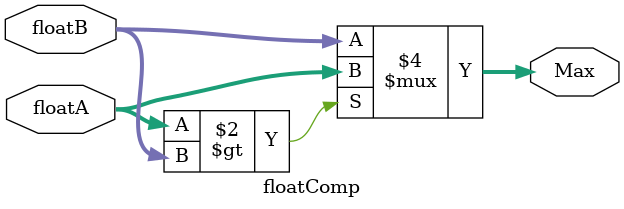
<source format=v>
module floatComp(
    floatA, floatB, Max
);
parameter DATA_BITS = 8;

input signed [DATA_BITS-1 : 0] floatA, floatB;
output reg signed [DATA_BITS-1 : 0] Max;

always @ (floatA or floatB) begin
    if(floatA > floatB)
        Max = floatA;
    else
        Max = floatB;
end

//reg signA, signB;
//reg [3:0] exponentA, exponentB;
//reg [2:0] mantissaA, mantissaB;
//
//always@(floatA or floatB) begin
//    signA = floatA[7];
//    signB = floatB[7];
//    exponentA = floatA[6:3];
//    exponentB = floatB[6:3];
//    mantissaA = floatA[2:0];
//    mantissaB = floatB[2:0];
//
//    case ({signA, signB})
//        2'b00 : begin
//            if(exponentA > exponentB) 
//                Max = floatA;
//            else if (exponentA < exponentB)
//                Max = floatB;
//            else begin
//                if (mantissaA > mantissaB)
//                    Max = floatA;
//                else if (mantissaA < mantissaB)
//                    Max = floatB;
//                else
//                    Max = floatA;
//            end
//        end
//        2'b01 : Max = floatA;
//        2'b10 : Max = floatB;
//        2'b11 : begin
//            if(exponentA > exponentB)
//                Max = floatB;
//            else if (exponentA < exponentB)
//                Max = floatA;
//            else begin
//                if (mantissaA > mantissaB)
//                    Max = floatB;
//                else if (mantissaA < mantissaB)
//                    Max = floatA;
//                else
//                    Max = floatA;
//            end
//        end
//        default : Max = 8'h0;
//    endcase
//
//end

endmodule
</source>
